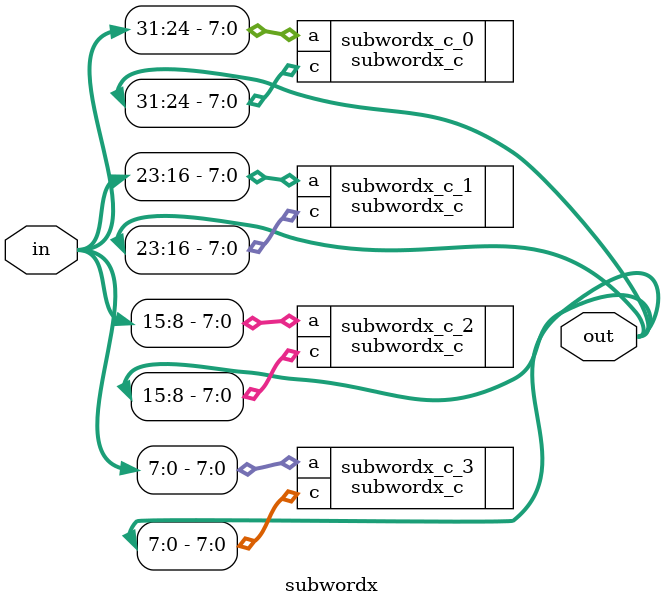
<source format=v>
module subwordx(input  wire     [31:0] in,
                output wire     [31:0] out);
                
subwordx_c subwordx_c_0(.a(in[31:24]),.c(out[31:24]));
subwordx_c subwordx_c_1(.a(in[23:16]),.c(out[23:16]));
subwordx_c subwordx_c_2(.a(in[15:8]),.c(out[15:8]));
subwordx_c subwordx_c_3(.a(in[7:0]),.c(out[7:0]));            

endmodule

</source>
